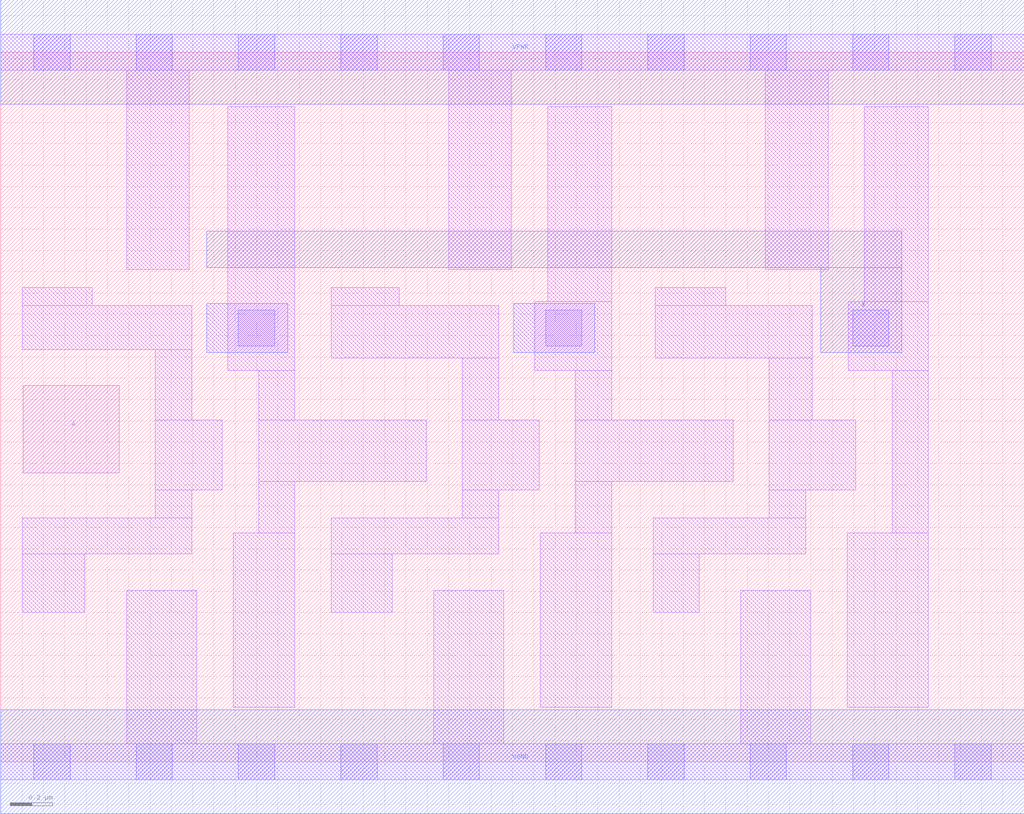
<source format=lef>
# Copyright 2020 The SkyWater PDK Authors
#
# Licensed under the Apache License, Version 2.0 (the "License");
# you may not use this file except in compliance with the License.
# You may obtain a copy of the License at
#
#     https://www.apache.org/licenses/LICENSE-2.0
#
# Unless required by applicable law or agreed to in writing, software
# distributed under the License is distributed on an "AS IS" BASIS,
# WITHOUT WARRANTIES OR CONDITIONS OF ANY KIND, either express or implied.
# See the License for the specific language governing permissions and
# limitations under the License.
#
# SPDX-License-Identifier: Apache-2.0

VERSION 5.7 ;
  NOWIREEXTENSIONATPIN ON ;
  DIVIDERCHAR "/" ;
  BUSBITCHARS "[]" ;
UNITS
  DATABASE MICRONS 200 ;
END UNITS
MACRO sky130_fd_sc_hs__dlymetal6s6s_1
  CLASS CORE ;
  FOREIGN sky130_fd_sc_hs__dlymetal6s6s_1 ;
  ORIGIN  0.000000  0.000000 ;
  SIZE  4.800000 BY  3.330000 ;
  SYMMETRY X Y ;
  SITE unit ;
  PIN A
    ANTENNAGATEAREA  0.126000 ;
    DIRECTION INPUT ;
    USE SIGNAL ;
    PORT
      LAYER li1 ;
        RECT 0.105000 1.355000 0.555000 1.765000 ;
    END
  END A
  PIN X
    ANTENNADIFFAREA  0.504100 ;
    DIRECTION OUTPUT ;
    USE SIGNAL ;
    PORT
      LAYER met1 ;
        RECT 0.965000 2.320000 4.225000 2.490000 ;
        RECT 3.845000 1.920000 4.225000 2.320000 ;
    END
  END X
  PIN VGND
    DIRECTION INOUT ;
    USE GROUND ;
    PORT
      LAYER met1 ;
        RECT 0.000000 -0.245000 4.800000 0.245000 ;
    END
  END VGND
  PIN VPWR
    DIRECTION INOUT ;
    USE POWER ;
    PORT
      LAYER met1 ;
        RECT 0.000000 3.085000 4.800000 3.575000 ;
    END
  END VPWR
  OBS
    LAYER li1 ;
      RECT 0.000000 -0.085000 4.800000 0.085000 ;
      RECT 0.000000  3.245000 4.800000 3.415000 ;
      RECT 0.100000  0.700000 0.395000 0.975000 ;
      RECT 0.100000  0.975000 0.895000 1.145000 ;
      RECT 0.100000  1.935000 0.895000 2.140000 ;
      RECT 0.100000  2.140000 0.430000 2.225000 ;
      RECT 0.590000  0.085000 0.920000 0.805000 ;
      RECT 0.590000  2.310000 0.885000 3.245000 ;
      RECT 0.725000  1.145000 0.895000 1.275000 ;
      RECT 0.725000  1.275000 1.040000 1.605000 ;
      RECT 0.725000  1.605000 0.895000 1.935000 ;
      RECT 1.065000  1.835000 1.380000 3.075000 ;
      RECT 1.090000  0.255000 1.380000 1.075000 ;
      RECT 1.210000  1.075000 1.380000 1.315000 ;
      RECT 1.210000  1.315000 1.995000 1.605000 ;
      RECT 1.210000  1.605000 1.380000 1.835000 ;
      RECT 1.550000  0.700000 1.835000 0.975000 ;
      RECT 1.550000  0.975000 2.335000 1.145000 ;
      RECT 1.550000  1.895000 2.335000 2.140000 ;
      RECT 1.550000  2.140000 1.870000 2.225000 ;
      RECT 2.030000  0.085000 2.360000 0.805000 ;
      RECT 2.100000  2.310000 2.395000 3.245000 ;
      RECT 2.165000  1.145000 2.335000 1.275000 ;
      RECT 2.165000  1.275000 2.525000 1.605000 ;
      RECT 2.165000  1.605000 2.335000 1.895000 ;
      RECT 2.505000  1.835000 2.865000 2.160000 ;
      RECT 2.530000  0.255000 2.865000 1.075000 ;
      RECT 2.565000  2.160000 2.865000 3.075000 ;
      RECT 2.695000  1.075000 2.865000 1.315000 ;
      RECT 2.695000  1.315000 3.435000 1.605000 ;
      RECT 2.695000  1.605000 2.865000 1.835000 ;
      RECT 3.060000  0.700000 3.275000 0.975000 ;
      RECT 3.060000  0.975000 3.775000 1.145000 ;
      RECT 3.070000  1.895000 3.805000 2.140000 ;
      RECT 3.070000  2.140000 3.400000 2.225000 ;
      RECT 3.470000  0.085000 3.800000 0.805000 ;
      RECT 3.585000  2.310000 3.880000 3.245000 ;
      RECT 3.605000  1.145000 3.775000 1.275000 ;
      RECT 3.605000  1.275000 4.010000 1.605000 ;
      RECT 3.605000  1.605000 3.805000 1.895000 ;
      RECT 3.970000  0.255000 4.350000 1.075000 ;
      RECT 3.975000  1.835000 4.350000 2.160000 ;
      RECT 4.050000  2.160000 4.350000 3.075000 ;
      RECT 4.180000  1.075000 4.350000 1.835000 ;
    LAYER mcon ;
      RECT 0.155000 -0.085000 0.325000 0.085000 ;
      RECT 0.155000  3.245000 0.325000 3.415000 ;
      RECT 0.635000 -0.085000 0.805000 0.085000 ;
      RECT 0.635000  3.245000 0.805000 3.415000 ;
      RECT 1.115000 -0.085000 1.285000 0.085000 ;
      RECT 1.115000  1.950000 1.285000 2.120000 ;
      RECT 1.115000  3.245000 1.285000 3.415000 ;
      RECT 1.595000 -0.085000 1.765000 0.085000 ;
      RECT 1.595000  3.245000 1.765000 3.415000 ;
      RECT 2.075000 -0.085000 2.245000 0.085000 ;
      RECT 2.075000  3.245000 2.245000 3.415000 ;
      RECT 2.555000 -0.085000 2.725000 0.085000 ;
      RECT 2.555000  1.950000 2.725000 2.120000 ;
      RECT 2.555000  3.245000 2.725000 3.415000 ;
      RECT 3.035000 -0.085000 3.205000 0.085000 ;
      RECT 3.035000  3.245000 3.205000 3.415000 ;
      RECT 3.515000 -0.085000 3.685000 0.085000 ;
      RECT 3.515000  3.245000 3.685000 3.415000 ;
      RECT 3.995000 -0.085000 4.165000 0.085000 ;
      RECT 3.995000  1.950000 4.165000 2.120000 ;
      RECT 3.995000  3.245000 4.165000 3.415000 ;
      RECT 4.475000 -0.085000 4.645000 0.085000 ;
      RECT 4.475000  3.245000 4.645000 3.415000 ;
    LAYER met1 ;
      RECT 0.965000 1.920000 1.345000 2.150000 ;
      RECT 2.405000 1.920000 2.785000 2.150000 ;
  END
END sky130_fd_sc_hs__dlymetal6s6s_1
END LIBRARY

</source>
